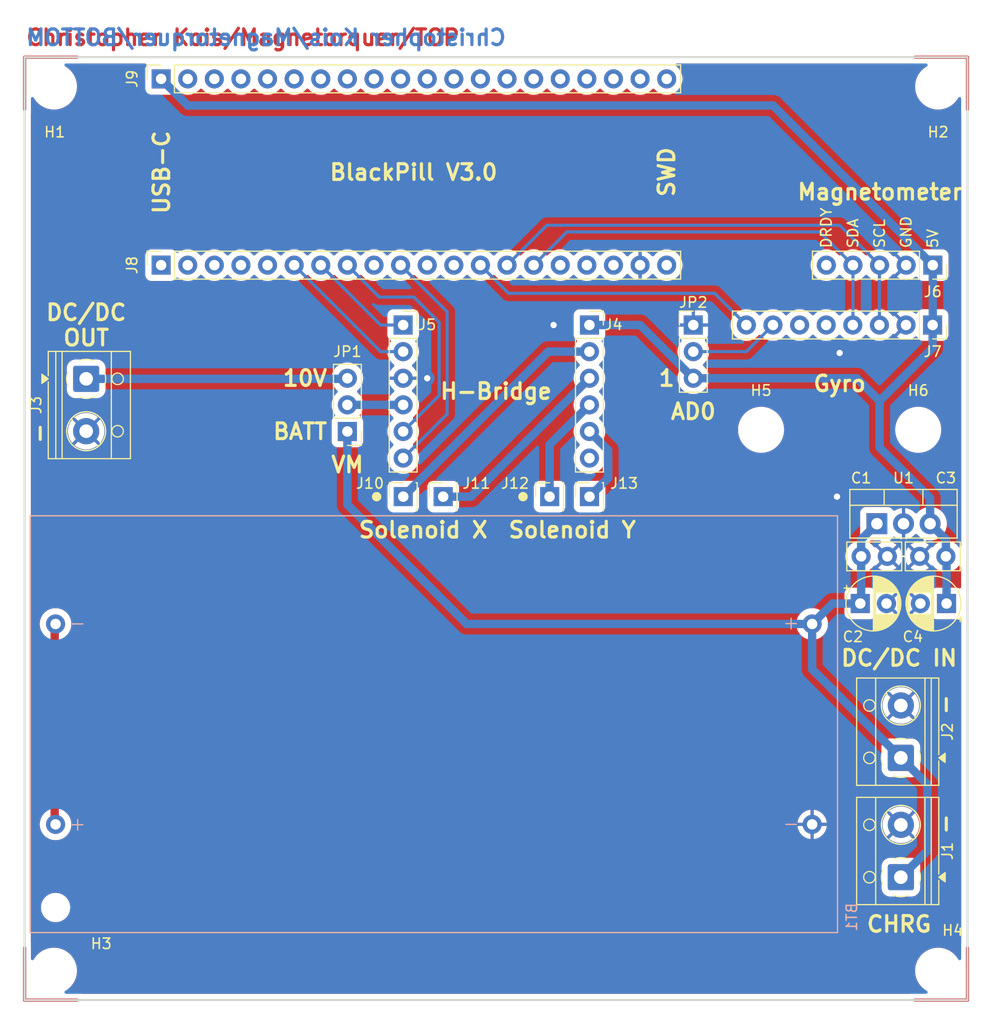
<source format=kicad_pcb>
(kicad_pcb (version 20241229) (generator "pcbnew") (generator_version "9.0")
  (layers (0 "F.Cu" signal) (2 "B.Cu" signal) (13 "F.Paste" user) (15 "B.Paste" user) (5 "F.SilkS" user "F.Silkscreen") (7 "B.SilkS" user "B.Silkscreen") (1 "F.Mask" user) (3 "B.Mask" user) (25 "Edge.Cuts" user))
  (net 0 "")
  (net 1 "Net-(BT1-PadN1)")
  (net 2 "GND")
  (net 3 "+BATT")
  (net 4 "+5V")
  (net 5 "+10V")
  (net 6 "/H-mostík/OUT4")
  (net 7 "/H-mostík/OUT1")
  (net 8 "/H-mostík/OUT3")
  (net 9 "/H-mostík/ULT")
  (net 10 "/H-mostík/OUT2")
  (net 11 "/BlackPill V3.0/A11")
  (net 12 "/H-mostík/VCC")
  (net 13 "/BlackPill V3.0/A15")
  (net 14 "/BlackPill V3.0/A9")
  (net 15 "/BlackPill V3.0/A10")
  (net 16 "/SCL1")
  (net 17 "/Magnetometer/DRDY")
  (net 18 "/SDA1")
  (net 19 "/Gyroskop/XDA")
  (net 20 "/GY_INT")
  (net 21 "/Gyroskop/AD0")
  (net 22 "/Gyroskop/XCL")
  (net 23 "/BlackPill V3.0/B9")
  (net 24 "/BlackPill V3.0/3V3.0")
  (net 25 "/BlackPill V3.0/B14")
  (net 26 "/BlackPill V3.0/A12")
  (net 27 "/BlackPill V3.0/B15")
  (net 28 "/BlackPill V3.0/B12")
  (net 29 "/BlackPill V3.0/B8")
  (net 30 "/BlackPill V3.0/B13")
  (net 31 "/BlackPill V3.0/C14")
  (net 32 "/BlackPill V3.0/A4")
  (net 33 "/BlackPill V3.0/A1")
  (net 34 "/BlackPill V3.0/A7")
  (net 35 "/BlackPill V3.0/A2")
  (net 36 "/BlackPill V3.0/C13")
  (net 37 "/BlackPill V3.0/A5")
  (net 38 "/BlackPill V3.0/A0")
  (net 39 "/BlackPill V3.0/B2")
  (net 40 "/BlackPill V3.0/R")
  (net 41 "/BlackPill V3.0/A3")
  (net 42 "/BlackPill V3.0/C15")
  (net 43 "/BlackPill V3.0/B1")
  (net 44 "/BlackPill V3.0/VB")
  (net 45 "/BlackPill V3.0/A6")
  (net 46 "/BlackPill V3.0/B0")
  (net 47 "/BlackPill V3.0/3V3.1")
  (net 48 "/BlackPill V3.0/G.1")
  (net 49 "/BlackPill V3.0/B4")
  (net 50 "/BlackPill V3.0/A8")
  (net 51 "/BlackPill V3.0/5V.0")
  (net 52 "/BlackPill V3.0/B3")
  (net 53 "/BlackPill V3.0/B10")
  (footprint "Capacitor_THT:CP_Radial_D5.0mm_P2.50mm" (layer "F.Cu") (at 179.769888 102.148)
    (property "Reference" "C2" (at -0.699888 3.175 180) (layer "F.SilkS"))
    (property "Value" "10u")
    (pad "1" thru_hole rect (at 0 0) (size 1.82 1.82) (drill 1) (layers "*.Cu" "*.Mask") (net 3 "+BATT"))
    (pad "2" thru_hole circle (at 2.5 0) (size 1.82 1.82) (drill 1) (layers "*.Cu" "*.Mask") (net 2 "GND"))
  )
  (footprint "Connector_PinSocket_2.54mm:PinSocket_1x20_P2.54mm_Vertical" (layer "F.Cu") (at 113.03 69.85 90)
    (property "Reference" "J8" (at 0 -2.77 90) (layer "F.SilkS"))
    (property "Value" "Conn_01x20_Socket")
    (pad "1" thru_hole rect (at 0 0 90) (size 1.82 1.82) (drill 1) (layers "*.Cu" "*.Mask") (net 28 "/BlackPill V3.0/B12"))
    (pad "2" thru_hole oval (at 0 2.54 90) (size 1.82 1.82) (drill 1) (layers "*.Cu" "*.Mask") (net 30 "/BlackPill V3.0/B13"))
    (pad "3" thru_hole oval (at 0 5.08 90) (size 1.82 1.82) (drill 1) (layers "*.Cu" "*.Mask") (net 25 "/BlackPill V3.0/B14"))
    (pad "4" thru_hole oval (at 0 7.62 90) (size 1.82 1.82) (drill 1) (layers "*.Cu" "*.Mask") (net 27 "/BlackPill V3.0/B15"))
    (pad "5" thru_hole oval (at 0 10.16 90) (size 1.82 1.82) (drill 1) (layers "*.Cu" "*.Mask") (net 50 "/BlackPill V3.0/A8"))
    (pad "6" thru_hole oval (at 0 12.7 90) (size 1.82 1.82) (drill 1) (layers "*.Cu" "*.Mask") (net 14 "/BlackPill V3.0/A9"))
    (pad "7" thru_hole oval (at 0 15.24 90) (size 1.82 1.82) (drill 1) (layers "*.Cu" "*.Mask") (net 15 "/BlackPill V3.0/A10"))
    (pad "8" thru_hole oval (at 0 17.78 90) (size 1.82 1.82) (drill 1) (layers "*.Cu" "*.Mask") (net 11 "/BlackPill V3.0/A11"))
    (pad "9" thru_hole oval (at 0 20.32 90) (size 1.82 1.82) (drill 1) (layers "*.Cu" "*.Mask") (net 26 "/BlackPill V3.0/A12"))
    (pad "10" thru_hole oval (at 0 22.86 90) (size 1.82 1.82) (drill 1) (layers "*.Cu" "*.Mask") (net 13 "/BlackPill V3.0/A15"))
    (pad "11" thru_hole oval (at 0 25.4 90) (size 1.82 1.82) (drill 1) (layers "*.Cu" "*.Mask") (net 52 "/BlackPill V3.0/B3"))
    (pad "12" thru_hole oval (at 0 27.94 90) (size 1.82 1.82) (drill 1) (layers "*.Cu" "*.Mask") (net 49 "/BlackPill V3.0/B4"))
    (pad "13" thru_hole oval (at 0 30.48 90) (size 1.82 1.82) (drill 1) (layers "*.Cu" "*.Mask") (net 20 "/GY_INT"))
    (pad "14" thru_hole oval (at 0 33.02 90) (size 1.82 1.82) (drill 1) (layers "*.Cu" "*.Mask") (net 16 "/SCL1"))
    (pad "15" thru_hole oval (at 0 35.56 90) (size 1.82 1.82) (drill 1) (layers "*.Cu" "*.Mask") (net 18 "/SDA1"))
    (pad "16" thru_hole oval (at 0 38.1 90) (size 1.82 1.82) (drill 1) (layers "*.Cu" "*.Mask") (net 29 "/BlackPill V3.0/B8"))
    (pad "17" thru_hole oval (at 0 40.64 90) (size 1.82 1.82) (drill 1) (layers "*.Cu" "*.Mask") (net 23 "/BlackPill V3.0/B9"))
    (pad "18" thru_hole oval (at 0 43.18 90) (size 1.82 1.82) (drill 1) (layers "*.Cu" "*.Mask") (net 51 "/BlackPill V3.0/5V.0"))
    (pad "19" thru_hole oval (at 0 45.72 90) (size 1.82 1.82) (drill 1) (layers "*.Cu" "*.Mask") (net 2 "GND"))
    (pad "20" thru_hole oval (at 0 48.26 90) (size 1.82 1.82) (drill 1) (layers "*.Cu" "*.Mask") (net 24 "/BlackPill V3.0/3V3.0"))
  )
  (footprint "Connector_PinSocket_2.54mm:PinSocket_1x20_P2.54mm_Vertical" (layer "F.Cu") (at 113.03 52.07 90)
    (property "Reference" "J9" (at 0 -2.77 90) (layer "F.SilkS"))
    (property "Value" "Conn_01x20_Socket")
    (pad "1" thru_hole rect (at 0 0 90) (size 1.82 1.82) (drill 1) (layers "*.Cu" "*.Mask") (net 4 "+5V"))
    (pad "2" thru_hole oval (at 0 2.54 90) (size 1.82 1.82) (drill 1) (layers "*.Cu" "*.Mask") (net 48 "/BlackPill V3.0/G.1"))
    (pad "3" thru_hole oval (at 0 5.08 90) (size 1.82 1.82) (drill 1) (layers "*.Cu" "*.Mask") (net 47 "/BlackPill V3.0/3V3.1"))
    (pad "4" thru_hole oval (at 0 7.62 90) (size 1.82 1.82) (drill 1) (layers "*.Cu" "*.Mask") (net 53 "/BlackPill V3.0/B10"))
    (pad "5" thru_hole oval (at 0 10.16 90) (size 1.82 1.82) (drill 1) (layers "*.Cu" "*.Mask") (net 39 "/BlackPill V3.0/B2"))
    (pad "6" thru_hole oval (at 0 12.7 90) (size 1.82 1.82) (drill 1) (layers "*.Cu" "*.Mask") (net 43 "/BlackPill V3.0/B1"))
    (pad "7" thru_hole oval (at 0 15.24 90) (size 1.82 1.82) (drill 1) (layers "*.Cu" "*.Mask") (net 46 "/BlackPill V3.0/B0"))
    (pad "8" thru_hole oval (at 0 17.78 90) (size 1.82 1.82) (drill 1) (layers "*.Cu" "*.Mask") (net 34 "/BlackPill V3.0/A7"))
    (pad "9" thru_hole oval (at 0 20.32 90) (size 1.82 1.82) (drill 1) (layers "*.Cu" "*.Mask") (net 45 "/BlackPill V3.0/A6"))
    (pad "10" thru_hole oval (at 0 22.86 90) (size 1.82 1.82) (drill 1) (layers "*.Cu" "*.Mask") (net 37 "/BlackPill V3.0/A5"))
    (pad "11" thru_hole oval (at 0 25.4 90) (size 1.82 1.82) (drill 1) (layers "*.Cu" "*.Mask") (net 32 "/BlackPill V3.0/A4"))
    (pad "12" thru_hole oval (at 0 27.94 90) (size 1.82 1.82) (drill 1) (layers "*.Cu" "*.Mask") (net 41 "/BlackPill V3.0/A3"))
    (pad "13" thru_hole oval (at 0 30.48 90) (size 1.82 1.82) (drill 1) (layers "*.Cu" "*.Mask") (net 35 "/BlackPill V3.0/A2"))
    (pad "14" thru_hole oval (at 0 33.02 90) (size 1.82 1.82) (drill 1) (layers "*.Cu" "*.Mask") (net 33 "/BlackPill V3.0/A1"))
    (pad "15" thru_hole oval (at 0 35.56 90) (size 1.82 1.82) (drill 1) (layers "*.Cu" "*.Mask") (net 38 "/BlackPill V3.0/A0"))
    (pad "16" thru_hole oval (at 0 38.1 90) (size 1.82 1.82) (drill 1) (layers "*.Cu" "*.Mask") (net 40 "/BlackPill V3.0/R"))
    (pad "17" thru_hole oval (at 0 40.64 90) (size 1.82 1.82) (drill 1) (layers "*.Cu" "*.Mask") (net 42 "/BlackPill V3.0/C15"))
    (pad "18" thru_hole oval (at 0 43.18 90) (size 1.82 1.82) (drill 1) (layers "*.Cu" "*.Mask") (net 31 "/BlackPill V3.0/C14"))
    (pad "19" thru_hole oval (at 0 45.72 90) (size 1.82 1.82) (drill 1) (layers "*.Cu" "*.Mask") (net 36 "/BlackPill V3.0/C13"))
    (pad "20" thru_hole oval (at 0 48.26 90) (size 1.82 1.82) (drill 1) (layers "*.Cu" "*.Mask") (net 44 "/BlackPill V3.0/VB"))
  )
  (footprint "Connector_PinSocket_2.54mm:PinSocket_1x06_P2.54mm_Vertical" (layer "F.Cu") (at 136.135 75.565)
    (property "Reference" "J5" (at 2.295 -0.025 0) (layer "F.SilkS"))
    (property "Value" "~")
    (pad "1" thru_hole rect (at 0 0) (size 1.82 1.82) (drill 1) (layers "*.Cu" "*.Mask") (net 15 "/BlackPill V3.0/A10"))
    (pad "2" thru_hole oval (at 0 2.54) (size 1.82 1.82) (drill 1) (layers "*.Cu" "*.Mask") (net 14 "/BlackPill V3.0/A9"))
    (pad "3" thru_hole oval (at 0 5.08) (size 1.82 1.82) (drill 1) (layers "*.Cu" "*.Mask") (net 2 "GND"))
    (pad "4" thru_hole oval (at 0 7.62) (size 1.82 1.82) (drill 1) (layers "*.Cu" "*.Mask") (net 12 "/H-mostík/VCC"))
    (pad "5" thru_hole oval (at 0 10.16) (size 1.82 1.82) (drill 1) (layers "*.Cu" "*.Mask") (net 11 "/BlackPill V3.0/A11"))
    (pad "6" thru_hole oval (at 0 12.7) (size 1.82 1.82) (drill 1) (layers "*.Cu" "*.Mask") (net 13 "/BlackPill V3.0/A15"))
  )
  (footprint "Connector_PinSocket_2.54mm:PinSocket_1x06_P2.54mm_Vertical" (layer "F.Cu") (at 153.915 75.565)
    (property "Reference" "J4" (at 2.295 -0.025 0) (layer "F.SilkS"))
    (property "Value" "~")
    (pad "1" thru_hole rect (at 0 0) (size 1.82 1.82) (drill 1) (layers "*.Cu" "*.Mask") (net 4 "+5V"))
    (pad "2" thru_hole oval (at 0 2.54) (size 1.82 1.82) (drill 1) (layers "*.Cu" "*.Mask") (net 7 "/H-mostík/OUT1"))
    (pad "3" thru_hole oval (at 0 5.08) (size 1.82 1.82) (drill 1) (layers "*.Cu" "*.Mask") (net 10 "/H-mostík/OUT2"))
    (pad "4" thru_hole oval (at 0 7.62) (size 1.82 1.82) (drill 1) (layers "*.Cu" "*.Mask") (net 8 "/H-mostík/OUT3"))
    (pad "5" thru_hole oval (at 0 10.16) (size 1.82 1.82) (drill 1) (layers "*.Cu" "*.Mask") (net 6 "/H-mostík/OUT4"))
    (pad "6" thru_hole oval (at 0 12.7) (size 1.82 1.82) (drill 1) (layers "*.Cu" "*.Mask") (net 9 "/H-mostík/ULT"))
  )
  (footprint "Connector_PinHeader_2.54mm:PinHeader_1x03_P2.54mm_Vertical" (layer "F.Cu") (at 163.83 75.565)
    (property "Reference" "JP2" (at 0 -2.159 180) (layer "F.SilkS"))
    (property "Value" "Jumper_3_Open")
    (pad "1" thru_hole rect (at 0 0) (size 1.82 1.82) (drill 1) (layers "*.Cu" "*.Mask") (net 2 "GND"))
    (pad "2" thru_hole circle (at 0 2.54) (size 1.82 1.82) (drill 1) (layers "*.Cu" "*.Mask") (net 21 "/Gyroskop/AD0"))
    (pad "3" thru_hole circle (at 0 5.08) (size 1.82 1.82) (drill 1) (layers "*.Cu" "*.Mask") (net 4 "+5V"))
  )
  (footprint "TerminalBlock_RND:TerminalBlock_RND_205-00012_1x02_P5.00mm_Horizontal" (layer "F.Cu") (at 105.8775 80.7 -90)
    (property "Reference" "J3" (at 2.5 4.787 90) (layer "F.SilkS"))
    (property "Value" "Step-up output")
    (pad "1" thru_hole roundrect (at 0 0 270) (size 2.5 2.5) (drill 1.3) (layers "*.Cu" "*.Mask") (roundrect_rratio 0.1) (net 5 "+10V"))
    (pad "2" thru_hole circle (at 5 0 270) (size 2.5 2.5) (drill 1.3) (layers "*.Cu" "*.Mask") (net 2 "GND"))
  )
  (footprint "MountingHole:MountingHole_3.2mm_M3_ISO14580" (layer "F.Cu") (at 187.2 52.8)
    (property "Reference" "H2" (at 0 4.35 0) (layer "F.SilkS"))
    (property "Value" "MountingHole")
    (pad "" np_thru_hole circle (at 0 0) (size 3.2 3.2) (drill 3.2) (layers "*.Cu" "*.Mask"))
  )
  (footprint "MountingHole:MountingHole_3.2mm_M3_ISO14580" (layer "F.Cu") (at 170.3 85.565)
    (property "Reference" "H5" (at 0 -3.75 0) (layer "F.SilkS"))
    (property "Value" "MountingHole")
    (pad "" np_thru_hole circle (at 0 0) (size 3.2 3.2) (drill 3.2) (layers "*.Cu" "*.Mask"))
  )
  (footprint "Capacitor_THT:CP_Radial_D5.0mm_P2.50mm" (layer "F.Cu") (at 188.005114 102.148 180)
    (property "Reference" "C4" (at 3.220114 -3.175 180) (layer "F.SilkS"))
    (property "Value" "10u")
    (pad "1" thru_hole rect (at 0 0 180) (size 1.82 1.82) (drill 1) (layers "*.Cu" "*.Mask") (net 4 "+5V"))
    (pad "2" thru_hole circle (at 2.5 0 180) (size 1.82 1.82) (drill 1) (layers "*.Cu" "*.Mask") (net 2 "GND"))
  )
  (footprint "TerminalBlock_RND:TerminalBlock_RND_205-00012_1x02_P5.00mm_Horizontal" (layer "F.Cu") (at 183.642 116.88 90)
    (property "Reference" "J2" (at 2.5 4.445 90) (layer "F.SilkS"))
    (property "Value" "Step-up input")
    (pad "1" thru_hole roundrect (at 0 0 90) (size 2.5 2.5) (drill 1.3) (layers "*.Cu" "*.Mask") (roundrect_rratio 0.1) (net 3 "+BATT"))
    (pad "2" thru_hole circle (at 5 0 90) (size 2.5 2.5) (drill 1.3) (layers "*.Cu" "*.Mask") (net 2 "GND"))
  )
  (footprint "Capacitor_THT:C_Disc_D5.0mm_W2.5mm_P2.50mm" (layer "F.Cu") (at 179.852 97.647)
    (property "Reference" "C1" (at 0 -7.477 0) (layer "F.SilkS"))
    (property "Value" "100n")
    (pad "1" thru_hole circle (at 0 0) (size 1.82 1.82) (drill 1) (layers "*.Cu" "*.Mask") (net 3 "+BATT"))
    (pad "2" thru_hole circle (at 2.5 0) (size 1.82 1.82) (drill 1) (layers "*.Cu" "*.Mask") (net 2 "GND"))
  )
  (footprint "Connector_PinSocket_2.54mm:PinSocket_1x08_P2.54mm_Vertical" (layer "F.Cu") (at 186.675 75.565 -90)
    (property "Reference" "J7" (at 2.54 0 180) (layer "F.SilkS"))
    (property "Value" "Conn_01x08_Socket")
    (pad "1" thru_hole rect (at 0 0 270) (size 1.82 1.82) (drill 1) (layers "*.Cu" "*.Mask") (net 4 "+5V"))
    (pad "2" thru_hole circle (at 0 2.54 270) (size 1.82 1.82) (drill 1) (layers "*.Cu" "*.Mask") (net 2 "GND"))
    (pad "3" thru_hole circle (at 0 5.08 270) (size 1.82 1.82) (drill 1) (layers "*.Cu" "*.Mask") (net 16 "/SCL1"))
    (pad "4" thru_hole circle (at 0 7.62 270) (size 1.82 1.82) (drill 1) (layers "*.Cu" "*.Mask") (net 18 "/SDA1"))
    (pad "5" thru_hole circle (at 0 10.16 270) (size 1.82 1.82) (drill 1) (layers "*.Cu" "*.Mask") (net 19 "/Gyroskop/XDA"))
    (pad "6" thru_hole circle (at 0 12.7 270) (size 1.82 1.82) (drill 1) (layers "*.Cu" "*.Mask") (net 22 "/Gyroskop/XCL"))
    (pad "7" thru_hole circle (at 0 15.24 270) (size 1.82 1.82) (drill 1) (layers "*.Cu" "*.Mask") (net 21 "/Gyroskop/AD0"))
    (pad "8" thru_hole circle (at 0 17.78 270) (size 1.82 1.82) (drill 1) (layers "*.Cu" "*.Mask") (net 20 "/GY_INT"))
  )
  (footprint "Connector_PinHeader_2.54mm:PinHeader_1x03_P2.54mm_Vertical" (layer "F.Cu") (at 130.81 85.725 180)
    (property "Reference" "JP1" (at 0 7.62 0) (layer "F.SilkS"))
    (property "Value" "+BATT default")
    (pad "1" thru_hole rect (at 0 0 180) (size 1.82 1.82) (drill 1) (layers "*.Cu" "*.Mask") (net 3 "+BATT"))
    (pad "2" thru_hole oval (at 0 2.54 180) (size 1.82 1.82) (drill 1) (layers "*.Cu" "*.Mask") (net 12 "/H-mostík/VCC"))
    (pad "3" thru_hole oval (at 0 5.08 180) (size 1.82 1.82) (drill 1) (layers "*.Cu" "*.Mask") (net 5 "+10V"))
  )
  (footprint "TerminalBlock_RND:TerminalBlock_RND_205-00012_1x02_P5.00mm_Horizontal" (layer "F.Cu") (at 183.642 128.27 90)
    (property "Reference" "J1" (at 2.5 4.445 90) (layer "F.SilkS"))
    (property "Value" "Nabíjací modul")
    (pad "1" thru_hole roundrect (at 0 0 90) (size 2.5 2.5) (drill 1.3) (layers "*.Cu" "*.Mask") (roundrect_rratio 0.1) (net 3 "+BATT"))
    (pad "2" thru_hole circle (at 5 0 90) (size 2.5 2.5) (drill 1.3) (layers "*.Cu" "*.Mask") (net 2 "GND"))
  )
  (footprint "Capacitor_THT:C_Disc_D5.0mm_W2.5mm_P2.50mm" (layer "F.Cu") (at 187.94 97.647 180)
    (property "Reference" "C3" (at 0 7.477 180) (layer "F.SilkS"))
    (property "Value" "100n")
    (pad "1" thru_hole circle (at 0 0 180) (size 1.82 1.82) (drill 1) (layers "*.Cu" "*.Mask") (net 4 "+5V"))
    (pad "2" thru_hole circle (at 2.5 0 180) (size 1.82 1.82) (drill 1) (layers "*.Cu" "*.Mask") (net 2 "GND"))
  )
  (footprint "Connector_PinSocket_2.54mm:PinSocket_1x01_P2.54mm_Vertical" (layer "F.Cu") (at 150.114 91.948 90)
    (property "Reference" "J12" (at 1.27 -3.302 0) (layer "F.SilkS"))
    (property "Value" "Conn_01x01_Socket")
    (pad "1" thru_hole rect (at 0 0 90) (size 1.82 1.82) (drill 1) (layers "*.Cu" "*.Mask") (net 8 "/H-mostík/OUT3"))
  )
  (footprint "MountingHole:MountingHole_3.2mm_M3_ISO14580" (layer "F.Cu") (at 185.3 85.565)
    (property "Reference" "H6" (at 0 -3.75 0) (layer "F.SilkS"))
    (property "Value" "MountingHole")
    (pad "" np_thru_hole circle (at 0 0) (size 3.2 3.2) (drill 3.2) (layers "*.Cu" "*.Mask"))
  )
  (footprint "Package_TO_SOT_THT:TO-220-3_Vertical" (layer "F.Cu") (at 181.356 94.528)
    (property "Reference" "U1" (at 2.54 -4.358 180) (layer "F.SilkS"))
    (property "Value" "LM7805_TO220")
    (pad "1" thru_hole rect (at 0 0) (size 2 2) (drill 1.1) (layers "*.Cu" "*.Mask") (net 3 "+BATT"))
    (pad "2" thru_hole oval (at 2.54 0) (size 2 2) (drill 1.1) (layers "*.Cu" "*.Mask") (net 2 "GND"))
    (pad "3" thru_hole oval (at 5.08 0) (size 2 2) (drill 1.1) (layers "*.Cu" "*.Mask") (net 4 "+5V"))
  )
  (footprint "MountingHole:MountingHole_3.2mm_M3_ISO14580" (layer "F.Cu") (at 102.8 52.8)
    (property "Reference" "H1" (at 0.07 4.35 0) (layer "F.SilkS"))
    (property "Value" "MountingHole")
    (pad "" np_thru_hole circle (at 0 0) (size 3.2 3.2) (drill 3.2) (layers "*.Cu" "*.Mask"))
  )
  (footprint "MountingHole:MountingHole_3.2mm_M3_ISO14580" (layer "F.Cu") (at 102.8 137.2)
    (property "Reference" "H3" (at 4.515 -2.58 0) (layer "F.SilkS"))
    (property "Value" "MountingHole")
    (pad "" np_thru_hole circle (at 0 0) (size 3.2 3.2) (drill 3.2) (layers "*.Cu" "*.Mask"))
  )
  (footprint "MountingHole:MountingHole_3.2mm_M3_ISO14580" (layer "F.Cu") (at 187.2 137.2)
    (property "Reference" "H4" (at 1.395 -3.85 0) (layer "F.SilkS"))
    (property "Value" "MountingHole")
    (pad "" np_thru_hole circle (at 0 0) (size 3.2 3.2) (drill 3.2) (layers "*.Cu" "*.Mask"))
  )
  (footprint "Connector_PinSocket_2.54mm:PinSocket_1x05_P2.54mm_Vertical" (layer "F.Cu") (at 186.69 69.85 -90)
    (property "Reference" "J6" (at 2.54 0 180) (layer "F.SilkS"))
    (property "Value" "Conn_01x05_Socket")
    (pad "1" thru_hole rect (at 0 0 270) (size 1.82 1.82) (drill 1) (layers "*.Cu" "*.Mask") (net 4 "+5V"))
    (pad "2" thru_hole circle (at 0 2.54 270) (size 1.82 1.82) (drill 1) (layers "*.Cu" "*.Mask") (net 2 "GND"))
    (pad "3" thru_hole circle (at 0 5.08 270) (size 1.82 1.82) (drill 1) (layers "*.Cu" "*.Mask") (net 16 "/SCL1"))
    (pad "4" thru_hole circle (at 0 7.62 270) (size 1.82 1.82) (drill 1) (layers "*.Cu" "*.Mask") (net 18 "/SDA1"))
    (pad "5" thru_hole circle (at 0 10.16 270) (size 1.82 1.82) (drill 1) (layers "*.Cu" "*.Mask") (net 17 "/Magnetometer/DRDY"))
  )
  (footprint "Connector_PinSocket_2.54mm:PinSocket_1x01_P2.54mm_Vertical" (layer "F.Cu") (at 136.144 91.948 90)
    (property "Reference" "J10" (at 1.27 -3.175 0) (layer "F.SilkS"))
    (property "Value" "Conn_01x01_Socket")
    (pad "1" thru_hole rect (at 0 0 90) (size 1.82 1.82) (drill 1) (layers "*.Cu" "*.Mask") (net 7 "/H-mostík/OUT1"))
  )
  (footprint "Connector_PinSocket_2.54mm:PinSocket_1x01_P2.54mm_Vertical" (layer "F.Cu") (at 139.954 91.948 90)
    (property "Reference" "J11" (at 1.27 3.175 0) (layer "F.SilkS"))
    (property "Value" "Conn_01x01_Socket")
    (pad "1" thru_hole rect (at 0 0 90) (size 1.82 1.82) (drill 1) (layers "*.Cu" "*.Mask") (net 10 "/H-mostík/OUT2"))
  )
  (footprint "Connector_PinSocket_2.54mm:PinSocket_1x01_P2.54mm_Vertical" (layer "F.Cu") (at 153.924 91.948 90)
    (property "Reference" "J13" (at 1.27 3.302 0) (layer "F.SilkS"))
    (property "Value" "Conn_01x01_Socket")
    (pad "1" thru_hole rect (at 0 0 90) (size 1.82 1.82) (drill 1) (layers "*.Cu" "*.Mask") (net 6 "/H-mostík/OUT4"))
  )
  (footprint "NDE_lib:BAT_1049" (layer "B.Cu") (at 139.065 113.665 180)
    (property "Reference" "BT1" (at -39.89 -18.415 90) (layer "B.SilkS") (effects (justify mirror)))
    (property "Value" "1049")
    (pad "" np_thru_hole circle (at 36.11 -17.5 180) (size 1.6 1.6) (drill 1.6) (layers "*.Cu" "*.Mask"))
    (pad "N1" thru_hole oval (at 36.11 9.565 180) (size 1.82 1.82) (drill 1) (layers "*.Cu" "*.Mask") (net 1 "Net-(BT1-PadN1)"))
    (pad "N2" thru_hole oval (at -36.11 -9.565 180) (size 1.82 1.82) (drill 1) (layers "*.Cu" "*.Mask") (net 2 "GND"))
    (pad "P1" thru_hole oval (at -36.11 9.565 180) (size 1.82 1.82) (drill 1) (layers "*.Cu" "*.Mask") (net 3 "+BATT"))
    (pad "P2" thru_hole oval (at 36.11 -9.565 180) (size 1.82 1.82) (drill 1) (layers "*.Cu" "*.Mask") (net 1 "Net-(BT1-PadN1)"))
  )
  (gr_line (start 185 50) (end 190 50) (stroke (width 0.3)) (layer "F.Cu"))
  (gr_line (start 190 135) (end 190 140) (stroke (width 0.3)) (layer "F.Cu"))
  (gr_line (start 105 140) (end 100 140) (stroke (width 0.3)) (layer "F.Cu"))
  (gr_line (start 100 55) (end 100 50) (stroke (width 0.3)) (layer "F.Cu"))
  (gr_line (start 100 50) (end 105 50) (stroke (width 0.3)) (layer "F.Cu"))
  (gr_line (start 190 140) (end 185 140) (stroke (width 0.3)) (layer "F.Cu"))
  (gr_line (start 100 140) (end 100 135) (stroke (width 0.3)) (layer "F.Cu"))
  (gr_line (start 190 50) (end 190 55) (stroke (width 0.3)) (layer "F.Cu"))
  (gr_circle (center 147.574 91.948) (end 147.974 91.948) (stroke (width 0.1)) (fill yes) (layer "F.SilkS"))
  (gr_circle (center 133.604 91.948) (end 134.004 91.948) (stroke (width 0.1)) (fill yes) (layer "F.SilkS"))
  (gr_rect (start 100 50) (end 190 140) (stroke (width 0.2)) (fill no) (layer "Edge.Cuts"))
  (gr_text "X" (at 143.44299 95.122466 0) (layer "F.Cu" knockout) (effects (font (size 1.5 1.5) (thickness 0.3) (bold yes))))
  (gr_text "Christopher Kois/Magnetorquer/TOP" (at 100 49 0) (layer "F.Cu") (effects (font (size 1.5 1.5) (thickness 0.3) (bold yes)) (justify left bottom)))
  (gr_text "-" (at 139.954 94.488 0) (layer "F.Cu" knockout) (effects (font (size 1.5 1.5) (thickness 0.3) (bold yes))))
  (gr_text "Y" (at 157.665896 95.123186 0) (layer "F.Cu" knockout) (effects (font (size 1.5 1.5) (thickness 0.3) (bold yes))))
  (gr_text "-" (at 153.924 94.488 0) (layer "F.Cu" knockout) (effects (font (size 1.5 1.5) (thickness 0.3) (bold yes))))
  (gr_text "+" (at 136.144 94.488 0) (layer "F.Cu" knockout) (effects (font (size 1.5 1.5) (thickness 0.3) (bold yes))))
  (gr_text "+" (at 150.114 94.488 0) (layer "F.Cu" knockout) (effects (font (size 1.5 1.5) (thickness 0.3) (bold yes))))
  (gr_text "Magnetorquer Module\nControl Board" (at 145 133 0) (layer "F.Cu" knockout) (effects (font (size 4 4) (thickness 0.8) (bold yes))))
  (gr_text "Christopher Kois/Magnetorquer/BOTTOM" (at 100 49 0) (layer "B.Cu") (effects (font (size 1.5 1.5) (thickness 0.3) (bold yes)) (justify right bottom mirror)))
  (gr_text "-" (at 188.087 111.8 270) (layer "F.SilkS") (effects (font (size 1.5 1.5) (thickness 0.3) (bold yes))))
  (gr_text "Solenoid Y" (at 152.273 95.123 0) (layer "F.SilkS") (effects (font (size 1.5 1.5) (thickness 0.3) (bold yes))))
  (gr_text "SWD" (at 161.29 60.96 90) (layer "F.SilkS") (effects (font (size 1.5 1.5) (thickness 0.3) (bold yes))))
  (gr_text "Magnetometer" (at 181.64 62.865 0) (layer "F.SilkS") (effects (font (size 1.5 1.5) (thickness 0.3) (bold yes))))
  (gr_text "USB-C" (at 113.072382 60.985 90) (layer "F.SilkS") (effects (font (size 1.5 1.5) (thickness 0.3) (bold yes))))
  (gr_text "Gyro" (at 177.799999 81.165 0) (layer "F.SilkS") (effects (font (size 1.5 1.5) (thickness 0.3) (bold yes))))
  (gr_text "VM" (at 130.81 88.9 0) (layer "F.SilkS") (effects (font (size 1.5 1.5) (thickness 0.3) (bold yes))))
  (gr_text "SCL" (at 181.61 66.833809 90) (layer "F.SilkS") (effects (font (size 1 1))))
  (gr_text "-" (at 101.6 85.905999 270) (layer "F.SilkS") (effects (font (size 1.5 1.5) (thickness 0.3) (bold yes))))
  (gr_text "5V" (at 186.69 67.31 90) (layer "F.SilkS") (effects (font (size 1 1))))
  (gr_text "H-Bridge" (at 145 81.89 0) (layer "F.SilkS") (effects (font (size 1.5 1.5) (thickness 0.3) (bold yes))))
  (gr_text "SDA" (at 179.07 66.81 90) (layer "F.SilkS") (effects (font (size 1 1))))
  (gr_text "1" (at 161.29 80.645 0) (layer "F.SilkS") (effects (font (size 1.5 1.5) (thickness 0.3) (bold yes))))
  (gr_text "AD0" (at 163.83 83.82 0) (layer "F.SilkS") (effects (font (size 1.5 1.5) (thickness 0.3) (bold yes))))
  (gr_text "BATT" (at 129.032 85.725 0) (layer "F.SilkS") (effects (font (size 1.5 1.5) (thickness 0.3) (bold yes)) (justify right)))
  (gr_text "CHRG" (at 183.4745 132.755 0) (layer "F.SilkS") (effects (font (size 1.5 1.5) (thickness 0.3) (bold yes))))
  (gr_text "10V" (at 129.032 80.645 0) (layer "F.SilkS") (effects (font (size 1.5 1.5) (thickness 0.3) (bold yes)) (justify right)))
  (gr_text "DRDY" (at 176.53 66.28619 90) (layer "F.SilkS") (effects (font (size 1 1))))
  (gr_text "GND" (at 184.15 66.690952 90) (layer "F.SilkS") (effects (font (size 1 1))))
  (gr_text "Solenoid X" (at 138.049 95.123 0) (layer "F.SilkS") (effects (font (size 1.5 1.5) (thickness 0.3) (bold yes))))
  (gr_text "DC/DC\nOUT" (at 105.8775 75.58 0) (layer "F.SilkS") (effects (font (size 1.5 1.5) (thickness 0.3) (bold yes))))
  (gr_text "DC/DC IN" (at 183.4745 107.355 0) (layer "F.SilkS") (effects (font (size 1.5 1.5) (thickness 0.3) (bold yes))))
  (gr_text "-" (at 188.087 123.19 270) (layer "F.SilkS") (effects (font (size 1.5 1.5) (thickness 0.3) (bold yes))))
  (gr_text "BlackPill V3.0" (at 137.13 60.985 0) (layer "F.SilkS") (effects (font (size 1.5 1.5) (thickness 0.3) (bold yes))))
  (segment (start 102.87 123.145) (end 102.87 104.185) (width 0.8) (layer "F.Cu") (net 1))
  (segment (start 102.955 123.23) (end 102.87 123.145) (width 0.8) (layer "F.Cu") (net 1))
  (segment (start 102.87 104.185) (end 102.955 104.1) (width 0.8) (layer "F.Cu") (net 1))
  (via (at 150.495 75.565) (size 1.42) (drill 0.6) (layers "F.Cu" "B.Cu") (net 2))
  (via (at 177.546 91.948) (size 1.42) (drill 0.6) (layers "F.Cu" "B.Cu") (net 2))
  (via (at 177.8 78.232) (size 1.42) (drill 0.6) (layers "F.Cu" "B.Cu") (net 2))
  (via (at 138.43 80.645) (size 1.42) (drill 0.6) (layers "F.Cu" "B.Cu") (net 2))
  (segment (start 177.127 102.148) (end 175.175 104.1) (width 0.8) (layer "B.Cu") (net 3))
  (segment (start 179.852 97.647) (end 179.852 96.032) (width 0.8) (layer "B.Cu") (net 3))
  (segment (start 183.642 116.88) (end 175.175 108.413) (width 0.8) (layer "B.Cu") (net 3))
  (segment (start 179.852 97.647) (end 179.852 102.065888) (width 0.8) (layer "B.Cu") (net 3))
  (segment (start 130.81 85.725) (end 130.81 92.71) (width 0.8) (layer "B.Cu") (net 3))
  (segment (start 183.642 116.88) (end 186.182 119.42) (width 0.8) (layer "B.Cu") (net 3))
  (segment (start 186.182 119.42) (end 186.182 125.73) (width 0.8) (layer "B.Cu") (net 3))
  (segment (start 179.852 102.065888) (end 179.769888 102.148) (width 0.8) (layer "B.Cu") (net 3))
  (segment (start 179.852 96.032) (end 181.356 94.528) (width 0.8) (layer "B.Cu") (net 3))
  (segment (start 186.182 125.73) (end 183.642 128.27) (width 0.8) (layer "B.Cu") (net 3))
  (segment (start 179.769888 102.148) (end 177.127 102.148) (width 0.8) (layer "B.Cu") (net 3))
  (segment (start 142.2 104.1) (end 175.175 104.1) (width 0.8) (layer "B.Cu") (net 3))
  (segment (start 130.81 92.71) (end 142.2 104.1) (width 0.8) (layer "B.Cu") (net 3))
  (segment (start 175.175 108.413) (end 175.175 104.1) (width 0.8) (layer "B.Cu") (net 3))
  (segment (start 187.94 97.647) (end 187.94 96.032) (width 0.8) (layer "B.Cu") (net 4))
  (segment (start 181.61 87.249) (end 181.61 82.814394) (width 0.8) (layer "B.Cu") (net 4))
  (segment (start 186.436 94.528) (end 186.436 92.075) (width 0.8) (layer "B.Cu") (net 4))
  (segment (start 115.57 54.61) (end 113.03 52.07) (width 0.8) (layer "B.Cu") (net 4))
  (segment (start 183.652394 80.772) (end 183.652394 80.761606) (width 0.8) (layer "B.Cu") (net 4))
  (segment (start 181.61 82.814394) (end 183.652394 80.772) (width 0.8) (layer "B.Cu") (net 4))
  (segment (start 179.440606 80.645) (end 181.61 82.814394) (width 0.8) (layer "B.Cu") (net 4))
  (segment (start 187.94 96.032) (end 186.436 94.528) (width 0.8) (layer "B.Cu") (net 4))
  (segment (start 158.75 75.565) (end 163.83 80.645) (width 0.8) (layer "B.Cu") (net 4))
  (segment (start 188.005114 97.712114) (end 187.94 97.647) (width 0.8) (layer "B.Cu") (net 4))
  (segment (start 186.69 75.55) (end 186.675 75.565) (width 0.8) (layer "B.Cu") (net 4))
  (segment (start 183.652394 80.761606) (end 186.675 77.739) (width 0.8) (layer "B.Cu") (net 4))
  (segment (start 188.005114 102.148) (end 188.005114 97.712114) (width 0.8) (layer "B.Cu") (net 4))
  (segment (start 163.83 80.645) (end 179.440606 80.645) (width 0.8) (layer "B.Cu") (net 4))
  (segment (start 186.436 92.075) (end 181.61 87.249) (width 0.8) (layer "B.Cu") (net 4))
  (segment (start 186.69 69.85) (end 171.45 54.61) (width 0.8) (layer "B.Cu") (net 4))
  (segment (start 186.675 77.739) (end 186.675 75.565) (width 0.8) (layer "B.Cu") (net 4))
  (segment (start 171.45 54.61) (end 115.57 54.61) (width 0.8) (layer "B.Cu") (net 4))
  (segment (start 153.915 75.565) (end 158.75 75.565) (width 0.8) (layer "B.Cu") (net 4))
  (segment (start 186.69 69.85) (end 186.69 75.55) (width 0.8) (layer "B.Cu") (net 4))
  (segment (start 105.8775 80.7) (end 130.755 80.7) (width 0.8) (layer "B.Cu") (net 5))
  (segment (start 130.755 80.7) (end 130.81 80.645) (width 0.8) (layer "B.Cu") (net 5))
  (segment (start 155.702 90.17) (end 155.702 87.512) (width 0.8) (layer "B.Cu") (net 6))
  (segment (start 155.702 87.512) (end 153.915 85.725) (width 0.8) (layer "B.Cu") (net 6))
  (segment (start 153.924 91.948) (end 155.702 90.17) (width 0.8) (layer "B.Cu") (net 6))
  (segment (start 136.144 91.948) (end 149.987 78.105) (width 0.8) (layer "B.Cu") (net 7))
  (segment (start 149.987 78.105) (end 153.915 78.105) (width 0.8) (layer "B.Cu") (net 7))
  (segment (start 150.114 86.986) (end 150.114 91.948) (width 0.8) (layer "B.Cu") (net 8))
  (segment (start 153.915 83.185) (end 150.114 86.986) (width 0.8) (layer "B.Cu") (net 8))
  (segment (start 139.954 91.948) (end 142.612 91.948) (width 0.8) (layer "B.Cu") (net 10))
  (segment (start 142.612 91.948) (end 153.915 80.645) (width 0.8) (layer "B.Cu") (net 10))
  (segment (start 130.81 69.85) (end 133.858 72.898) (width 0.3) (layer "B.Cu") (net 11))
  (segment (start 139.573 75.311) (end 139.573 82.287) (width 0.3) (layer "B.Cu") (net 11))
  (segment (start 137.16 72.898) (end 139.573 75.311) (width 0.3) (layer "B.Cu") (net 11))
  (segment (start 139.573 82.287) (end 136.135 85.725) (width 0.3) (layer "B.Cu") (net 11))
  (segment (start 133.858 72.898) (end 137.16 72.898) (width 0.3) (layer "B.Cu") (net 11))
  (segment (start 136.135 83.185) (end 130.81 83.185) (width 0.8) (layer "B.Cu") (net 12))
  (segment (start 140.335 84.065) (end 140.335 74.295) (width 0.3) (layer "B.Cu") (net 13))
  (segment (start 136.135 88.265) (end 140.335 84.065) (width 0.3) (layer "B.Cu") (net 13))
  (segment (start 140.335 74.295) (end 135.89 69.85) (width 0.3) (layer "B.Cu") (net 13))
  (segment (start 125.73 69.85) (end 133.985 78.105) (width 0.3) (layer "B.Cu") (net 14))
  (segment (start 133.985 78.105) (end 136.135 78.105) (width 0.3) (layer "B.Cu") (net 14))
  (segment (start 133.985 75.565) (end 128.27 69.85) (width 0.3) (layer "B.Cu") (net 15))
  (segment (start 136.135 75.565) (end 133.985 75.565) (width 0.3) (layer "B.Cu") (net 15))
  (segment (start 181.61 69.85) (end 177.8 66.04) (width 0.3) (layer "B.Cu") (net 16))
  (segment (start 181.595 75.565) (end 181.595 69.865) (width 0.3) (layer "B.Cu") (net 16))
  (segment (start 177.8 66.04) (end 149.86 66.04) (width 0.3) (layer "B.Cu") (net 16))
  (segment (start 181.595 69.865) (end 181.61 69.85) (width 0.3) (layer "B.Cu") (net 16))
  (segment (start 149.86 66.04) (end 146.05 69.85) (width 0.3) (layer "B.Cu") (net 16))
  (segment (start 175.895 66.675) (end 151.765 66.675) (width 0.3) (layer "B.Cu") (net 18))
  (segment (start 179.07 69.85) (end 175.895 66.675) (width 0.3) (layer "B.Cu") (net 18))
  (segment (start 179.07 75.55) (end 179.055 75.565) (width 0.3) (layer "B.Cu") (net 18))
  (segment (start 179.07 69.85) (end 179.07 75.55) (width 0.3) (layer "B.Cu") (net 18))
  (segment (start 151.765 66.675) (end 148.59 69.85) (width 0.3) (layer "B.Cu") (net 18))
  (segment (start 143.51 69.85) (end 146.197671 72.537671) (width 0.3) (layer "B.Cu") (net 20))
  (segment (start 146.197671 72.537671) (end 165.867671 72.537671) (width 0.3) (layer "B.Cu") (net 20))
  (segment (start 165.867671 72.537671) (end 168.895 75.565) (width 0.3) (layer "B.Cu") (net 20))
  (segment (start 168.895 78.105) (end 171.435 75.565) (width 0.3) (layer "B.Cu") (net 21))
  (segment (start 163.83 78.105) (end 168.895 78.105) (width 0.3) (layer "B.Cu") (net 21))
  (zone (net 2) (net_name "GND") (layers "F.Cu" "B.Cu") (name "GND_plane") (connect_pads (clearance 0.6)) (min_thickness 0.3) (fill yes (thermal_gap 0.5) (thermal_bridge_width 0.3) (island_removal_mode 2) (island_area_min 2))
    (polygon (pts (xy 191.99 47.285) (xy 191.99 142.285) (xy 97.99 142.285) (xy 97.99 47.285)))
  )
)
</source>
